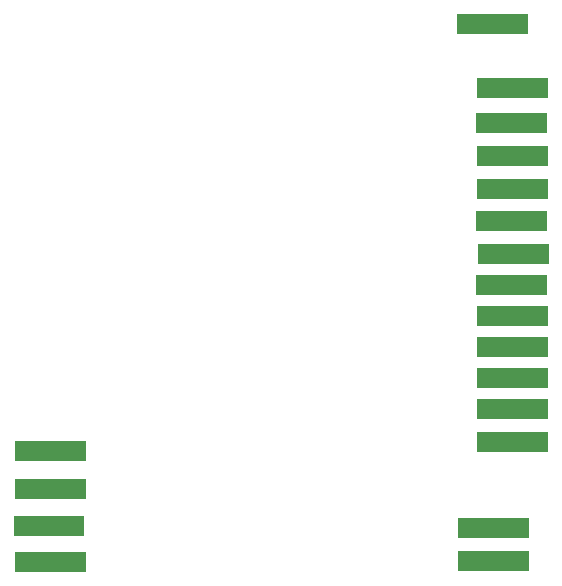
<source format=gbr>
G04 #@! TF.FileFunction,Soldermask,Bot*
%FSLAX46Y46*%
G04 Gerber Fmt 4.6, Leading zero omitted, Abs format (unit mm)*
G04 Created by KiCad (PCBNEW 4.0.6) date 05/07/17 20:57:05*
%MOMM*%
%LPD*%
G01*
G04 APERTURE LIST*
%ADD10C,0.100000*%
%ADD11C,1.500000*%
%ADD12R,1.035000X1.670000*%
G04 APERTURE END LIST*
D10*
D11*
X145062300Y-116519900D03*
D12*
X145443300Y-116519900D03*
X146078300Y-116519900D03*
X144808300Y-116519900D03*
X144173300Y-116519900D03*
X143538300Y-116519900D03*
X146675200Y-116519900D03*
X147272100Y-116519900D03*
X142916000Y-116519900D03*
X142293700Y-116519900D03*
D11*
X143452700Y-126598500D03*
D12*
X143833700Y-126598500D03*
X144468700Y-126598500D03*
X143198700Y-126598500D03*
X142563700Y-126598500D03*
X141928700Y-126598500D03*
X145065600Y-126598500D03*
X145662500Y-126598500D03*
X141306400Y-126598500D03*
X140684100Y-126598500D03*
D11*
X145138500Y-100543300D03*
D12*
X145519500Y-100543300D03*
X146154500Y-100543300D03*
X144884500Y-100543300D03*
X144249500Y-100543300D03*
X143614500Y-100543300D03*
X146751400Y-100543300D03*
X147348300Y-100543300D03*
X142992200Y-100543300D03*
X142369900Y-100543300D03*
D11*
X145011500Y-97774700D03*
D12*
X145392500Y-97774700D03*
X146027500Y-97774700D03*
X144757500Y-97774700D03*
X144122500Y-97774700D03*
X143487500Y-97774700D03*
X146624400Y-97774700D03*
X147221300Y-97774700D03*
X142865200Y-97774700D03*
X142242900Y-97774700D03*
D11*
X145062300Y-111109700D03*
D12*
X145443300Y-111109700D03*
X146078300Y-111109700D03*
X144808300Y-111109700D03*
X144173300Y-111109700D03*
X143538300Y-111109700D03*
X146675200Y-111109700D03*
X147272100Y-111109700D03*
X142916000Y-111109700D03*
X142293700Y-111109700D03*
D11*
X145036900Y-86497100D03*
D12*
X145417900Y-86497100D03*
X146052900Y-86497100D03*
X144782900Y-86497100D03*
X144147900Y-86497100D03*
X143512900Y-86497100D03*
X146649800Y-86497100D03*
X147246700Y-86497100D03*
X142890600Y-86497100D03*
X142268300Y-86497100D03*
D11*
X145011500Y-103210300D03*
D12*
X145392500Y-103210300D03*
X146027500Y-103210300D03*
X144757500Y-103210300D03*
X144122500Y-103210300D03*
X143487500Y-103210300D03*
X146624400Y-103210300D03*
X147221300Y-103210300D03*
X142865200Y-103210300D03*
X142242900Y-103210300D03*
D11*
X145036900Y-95107700D03*
D12*
X145417900Y-95107700D03*
X146052900Y-95107700D03*
X144782900Y-95107700D03*
X144147900Y-95107700D03*
X143512900Y-95107700D03*
X146649800Y-95107700D03*
X147246700Y-95107700D03*
X142890600Y-95107700D03*
X142268300Y-95107700D03*
D11*
X145036900Y-92313700D03*
D12*
X145417900Y-92313700D03*
X146052900Y-92313700D03*
X144782900Y-92313700D03*
X144147900Y-92313700D03*
X143512900Y-92313700D03*
X146649800Y-92313700D03*
X147246700Y-92313700D03*
X142890600Y-92313700D03*
X142268300Y-92313700D03*
D11*
X145062300Y-108417300D03*
D12*
X145443300Y-108417300D03*
X146078300Y-108417300D03*
X144808300Y-108417300D03*
X144173300Y-108417300D03*
X143538300Y-108417300D03*
X146675200Y-108417300D03*
X147272100Y-108417300D03*
X142916000Y-108417300D03*
X142293700Y-108417300D03*
D11*
X143351700Y-81078100D03*
D12*
X143732700Y-81078100D03*
X144367700Y-81078100D03*
X143097700Y-81078100D03*
X142462700Y-81078100D03*
X141827700Y-81078100D03*
X144964600Y-81078100D03*
X145561500Y-81078100D03*
X141205400Y-81078100D03*
X140583100Y-81078100D03*
D11*
X145087700Y-113700500D03*
D12*
X145468700Y-113700500D03*
X146103700Y-113700500D03*
X144833700Y-113700500D03*
X144198700Y-113700500D03*
X143563700Y-113700500D03*
X146700600Y-113700500D03*
X147297500Y-113700500D03*
X142941400Y-113700500D03*
X142319100Y-113700500D03*
D11*
X143426900Y-123750100D03*
D12*
X143807900Y-123750100D03*
X144442900Y-123750100D03*
X143172900Y-123750100D03*
X142537900Y-123750100D03*
X141902900Y-123750100D03*
X145039800Y-123750100D03*
X145636700Y-123750100D03*
X141280600Y-123750100D03*
X140658300Y-123750100D03*
D11*
X145011500Y-89519700D03*
D12*
X145392500Y-89519700D03*
X146027500Y-89519700D03*
X144757500Y-89519700D03*
X144122500Y-89519700D03*
X143487500Y-89519700D03*
X146624400Y-89519700D03*
X147221300Y-89519700D03*
X142865200Y-89519700D03*
X142242900Y-89519700D03*
D11*
X145087700Y-105851900D03*
D12*
X145468700Y-105851900D03*
X146103700Y-105851900D03*
X144833700Y-105851900D03*
X144198700Y-105851900D03*
X143563700Y-105851900D03*
X146700600Y-105851900D03*
X147297500Y-105851900D03*
X142941400Y-105851900D03*
X142319100Y-105851900D03*
D11*
X105812100Y-123631100D03*
D12*
X106193100Y-123631100D03*
X106828100Y-123631100D03*
X105558100Y-123631100D03*
X104923100Y-123631100D03*
X104288100Y-123631100D03*
X107425000Y-123631100D03*
X108021900Y-123631100D03*
X103665800Y-123631100D03*
X103043500Y-123631100D03*
D11*
X105967100Y-126667100D03*
D12*
X106348100Y-126667100D03*
X106983100Y-126667100D03*
X105713100Y-126667100D03*
X105078100Y-126667100D03*
X104443100Y-126667100D03*
X107580000Y-126667100D03*
X108176900Y-126667100D03*
X103820800Y-126667100D03*
X103198500Y-126667100D03*
D11*
X105967100Y-120488100D03*
D12*
X106348100Y-120488100D03*
X106983100Y-120488100D03*
X105713100Y-120488100D03*
X105078100Y-120488100D03*
X104443100Y-120488100D03*
X107580000Y-120488100D03*
X108176900Y-120488100D03*
X103820800Y-120488100D03*
X103198500Y-120488100D03*
D11*
X105966100Y-117265100D03*
D12*
X106347100Y-117265100D03*
X106982100Y-117265100D03*
X105712100Y-117265100D03*
X105077100Y-117265100D03*
X104442100Y-117265100D03*
X107579000Y-117265100D03*
X108175900Y-117265100D03*
X103819800Y-117265100D03*
X103197500Y-117265100D03*
M02*

</source>
